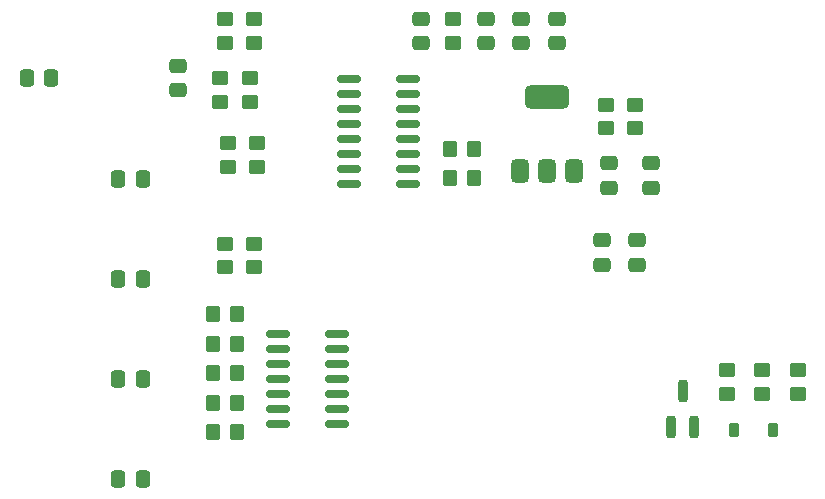
<source format=gbr>
%TF.GenerationSoftware,KiCad,Pcbnew,8.0.3*%
%TF.CreationDate,2024-06-29T17:40:47+07:00*%
%TF.ProjectId,solder-reflow,736f6c64-6572-42d7-9265-666c6f772e6b,rev?*%
%TF.SameCoordinates,Original*%
%TF.FileFunction,Paste,Bot*%
%TF.FilePolarity,Positive*%
%FSLAX46Y46*%
G04 Gerber Fmt 4.6, Leading zero omitted, Abs format (unit mm)*
G04 Created by KiCad (PCBNEW 8.0.3) date 2024-06-29 17:40:47*
%MOMM*%
%LPD*%
G01*
G04 APERTURE LIST*
G04 Aperture macros list*
%AMRoundRect*
0 Rectangle with rounded corners*
0 $1 Rounding radius*
0 $2 $3 $4 $5 $6 $7 $8 $9 X,Y pos of 4 corners*
0 Add a 4 corners polygon primitive as box body*
4,1,4,$2,$3,$4,$5,$6,$7,$8,$9,$2,$3,0*
0 Add four circle primitives for the rounded corners*
1,1,$1+$1,$2,$3*
1,1,$1+$1,$4,$5*
1,1,$1+$1,$6,$7*
1,1,$1+$1,$8,$9*
0 Add four rect primitives between the rounded corners*
20,1,$1+$1,$2,$3,$4,$5,0*
20,1,$1+$1,$4,$5,$6,$7,0*
20,1,$1+$1,$6,$7,$8,$9,0*
20,1,$1+$1,$8,$9,$2,$3,0*%
G04 Aperture macros list end*
%ADD10RoundRect,0.250000X-0.450000X0.350000X-0.450000X-0.350000X0.450000X-0.350000X0.450000X0.350000X0*%
%ADD11RoundRect,0.250000X0.337500X0.475000X-0.337500X0.475000X-0.337500X-0.475000X0.337500X-0.475000X0*%
%ADD12RoundRect,0.250000X-0.350000X-0.450000X0.350000X-0.450000X0.350000X0.450000X-0.350000X0.450000X0*%
%ADD13RoundRect,0.250000X0.450000X-0.350000X0.450000X0.350000X-0.450000X0.350000X-0.450000X-0.350000X0*%
%ADD14RoundRect,0.150000X0.825000X0.150000X-0.825000X0.150000X-0.825000X-0.150000X0.825000X-0.150000X0*%
%ADD15RoundRect,0.250000X0.350000X0.450000X-0.350000X0.450000X-0.350000X-0.450000X0.350000X-0.450000X0*%
%ADD16RoundRect,0.250000X0.475000X-0.337500X0.475000X0.337500X-0.475000X0.337500X-0.475000X-0.337500X0*%
%ADD17RoundRect,0.225000X0.225000X0.375000X-0.225000X0.375000X-0.225000X-0.375000X0.225000X-0.375000X0*%
%ADD18RoundRect,0.250000X-0.475000X0.337500X-0.475000X-0.337500X0.475000X-0.337500X0.475000X0.337500X0*%
%ADD19RoundRect,0.375000X0.375000X-0.625000X0.375000X0.625000X-0.375000X0.625000X-0.375000X-0.625000X0*%
%ADD20RoundRect,0.500000X1.400000X-0.500000X1.400000X0.500000X-1.400000X0.500000X-1.400000X-0.500000X0*%
%ADD21RoundRect,0.200000X0.200000X-0.750000X0.200000X0.750000X-0.200000X0.750000X-0.200000X-0.750000X0*%
G04 APERTURE END LIST*
D10*
%TO.C,R31*%
X127500000Y-76000000D03*
X127500000Y-78000000D03*
%TD*%
D11*
%TO.C,C19*%
X118037500Y-114900000D03*
X115962500Y-114900000D03*
%TD*%
D12*
%TO.C,R6*%
X124000000Y-100990000D03*
X126000000Y-100990000D03*
%TD*%
D13*
%TO.C,R14*%
X170500000Y-107750000D03*
X170500000Y-105750000D03*
%TD*%
D14*
%TO.C,U7*%
X140475000Y-81055000D03*
X140475000Y-82325000D03*
X140475000Y-83595000D03*
X140475000Y-84865000D03*
X140475000Y-86135000D03*
X140475000Y-87405000D03*
X140475000Y-88675000D03*
X140475000Y-89945000D03*
X135525000Y-89945000D03*
X135525000Y-88675000D03*
X135525000Y-87405000D03*
X135525000Y-86135000D03*
X135525000Y-84865000D03*
X135525000Y-83595000D03*
X135525000Y-82325000D03*
X135525000Y-81055000D03*
%TD*%
D10*
%TO.C,R32*%
X127500000Y-95000000D03*
X127500000Y-97000000D03*
%TD*%
D15*
%TO.C,R12*%
X146090000Y-89490000D03*
X144090000Y-89490000D03*
%TD*%
D16*
%TO.C,C8*%
X159893000Y-96787500D03*
X159893000Y-94712500D03*
%TD*%
D10*
%TO.C,R26*%
X157250000Y-83250000D03*
X157250000Y-85250000D03*
%TD*%
%TO.C,R27*%
X159750000Y-83250000D03*
X159750000Y-85250000D03*
%TD*%
%TO.C,R17*%
X124590002Y-81000000D03*
X124590002Y-83000000D03*
%TD*%
D15*
%TO.C,R4*%
X126000000Y-105990000D03*
X124000000Y-105990000D03*
%TD*%
D16*
%TO.C,C11*%
X141590000Y-78027500D03*
X141590000Y-75952500D03*
%TD*%
D13*
%TO.C,R15*%
X173500000Y-107750000D03*
X173500000Y-105750000D03*
%TD*%
%TO.C,R28*%
X144290910Y-78000000D03*
X144290910Y-76000000D03*
%TD*%
D11*
%TO.C,C17*%
X118037500Y-98000000D03*
X115962500Y-98000000D03*
%TD*%
D17*
%TO.C,D1*%
X171400000Y-110750000D03*
X168100000Y-110750000D03*
%TD*%
D10*
%TO.C,R20*%
X124999998Y-95000000D03*
X124999998Y-97000000D03*
%TD*%
D16*
%TO.C,C13*%
X147090000Y-78027500D03*
X147090000Y-75952500D03*
%TD*%
D11*
%TO.C,C16*%
X118037500Y-89550000D03*
X115962500Y-89550000D03*
%TD*%
%TO.C,C18*%
X118037500Y-106450000D03*
X115962500Y-106450000D03*
%TD*%
D18*
%TO.C,C15*%
X121000000Y-79962500D03*
X121000000Y-82037500D03*
%TD*%
D19*
%TO.C,U3*%
X154550000Y-88900000D03*
X152250000Y-88900000D03*
D20*
X152250000Y-82600000D03*
D19*
X149950000Y-88900000D03*
%TD*%
D18*
%TO.C,C6*%
X161051192Y-88212500D03*
X161051192Y-90287500D03*
%TD*%
%TO.C,C9*%
X156893000Y-94712500D03*
X156893000Y-96787500D03*
%TD*%
D15*
%TO.C,R2*%
X126000000Y-108490000D03*
X124000000Y-108490000D03*
%TD*%
D13*
%TO.C,R18*%
X167500000Y-107750000D03*
X167500000Y-105750000D03*
%TD*%
D16*
%TO.C,C2*%
X153090000Y-78027500D03*
X153090000Y-75952500D03*
%TD*%
D15*
%TO.C,R5*%
X126000000Y-103490000D03*
X124000000Y-103490000D03*
%TD*%
D10*
%TO.C,R19*%
X124999998Y-76000000D03*
X124999998Y-78000000D03*
%TD*%
D18*
%TO.C,C7*%
X157551192Y-88212500D03*
X157551192Y-90287500D03*
%TD*%
D15*
%TO.C,R13*%
X146090000Y-86990000D03*
X144090000Y-86990000D03*
%TD*%
D10*
%TO.C,R29*%
X127750002Y-86500000D03*
X127750002Y-88500000D03*
%TD*%
%TO.C,R16*%
X125250000Y-86500000D03*
X125250000Y-88500000D03*
%TD*%
D14*
%TO.C,U2*%
X134475000Y-102690000D03*
X134475000Y-103960000D03*
X134475000Y-105230000D03*
X134475000Y-106500000D03*
X134475000Y-107770000D03*
X134475000Y-109040000D03*
X134475000Y-110310000D03*
X129525000Y-110310000D03*
X129525000Y-109040000D03*
X129525000Y-107770000D03*
X129525000Y-106500000D03*
X129525000Y-105230000D03*
X129525000Y-103960000D03*
X129525000Y-102690000D03*
%TD*%
D15*
%TO.C,R1*%
X126000000Y-110990000D03*
X124000000Y-110990000D03*
%TD*%
D11*
%TO.C,C14*%
X110287500Y-81000000D03*
X108212500Y-81000000D03*
%TD*%
D16*
%TO.C,C12*%
X150090000Y-78027500D03*
X150090000Y-75952500D03*
%TD*%
D21*
%TO.C,Q1*%
X164700000Y-110500000D03*
X162800000Y-110500000D03*
X163750000Y-107500000D03*
%TD*%
D10*
%TO.C,R30*%
X127090004Y-81000000D03*
X127090004Y-83000000D03*
%TD*%
M02*

</source>
